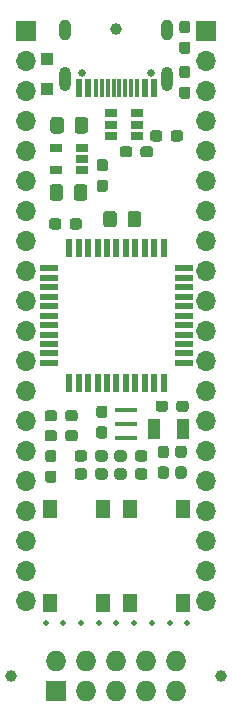
<source format=gts>
G04 #@! TF.GenerationSoftware,KiCad,Pcbnew,5.1.8-db9833491~88~ubuntu20.04.1*
G04 #@! TF.CreationDate,2021-01-17T16:25:24+01:00*
G04 #@! TF.ProjectId,Pic32MxRedFox,50696333-324d-4785-9265-64466f782e6b,Rev2*
G04 #@! TF.SameCoordinates,PX5faea10PY8eeaea0*
G04 #@! TF.FileFunction,Soldermask,Top*
G04 #@! TF.FilePolarity,Negative*
%FSLAX46Y46*%
G04 Gerber Fmt 4.6, Leading zero omitted, Abs format (unit mm)*
G04 Created by KiCad (PCBNEW 5.1.8-db9833491~88~ubuntu20.04.1) date 2021-01-17 16:25:24*
%MOMM*%
%LPD*%
G01*
G04 APERTURE LIST*
%ADD10C,1.000000*%
%ADD11C,0.500000*%
%ADD12O,1.700000X1.700000*%
%ADD13R,1.700000X1.700000*%
%ADD14R,1.300000X1.550000*%
%ADD15R,1.060000X0.650000*%
%ADD16R,1.000000X1.800000*%
%ADD17R,1.900000X0.400000*%
%ADD18R,1.727200X1.727200*%
%ADD19O,1.727200X1.727200*%
%ADD20R,1.000000X1.000000*%
%ADD21R,0.300000X1.500000*%
%ADD22R,0.600000X1.500000*%
%ADD23C,0.650000*%
%ADD24O,1.000000X1.800000*%
%ADD25O,1.000000X2.100000*%
%ADD26R,0.550000X1.500000*%
%ADD27R,1.500000X0.550000*%
G04 APERTURE END LIST*
D10*
X19050000Y3810000D03*
X1270000Y3810000D03*
X10160000Y58547000D03*
D11*
X16160000Y8255000D03*
X14660000Y8255000D03*
X13160000Y8255000D03*
X10160000Y8255000D03*
X4160000Y8255000D03*
X11660000Y8255000D03*
X8660000Y8255000D03*
X5660000Y8255000D03*
X7160000Y8255000D03*
G36*
G01*
X5720000Y50860001D02*
X5720000Y49959999D01*
G75*
G02*
X5470001Y49710000I-249999J0D01*
G01*
X4819999Y49710000D01*
G75*
G02*
X4570000Y49959999I0J249999D01*
G01*
X4570000Y50860001D01*
G75*
G02*
X4819999Y51110000I249999J0D01*
G01*
X5470001Y51110000D01*
G75*
G02*
X5720000Y50860001I0J-249999D01*
G01*
G37*
G36*
G01*
X7770000Y50860001D02*
X7770000Y49959999D01*
G75*
G02*
X7520001Y49710000I-249999J0D01*
G01*
X6869999Y49710000D01*
G75*
G02*
X6620000Y49959999I0J249999D01*
G01*
X6620000Y50860001D01*
G75*
G02*
X6869999Y51110000I249999J0D01*
G01*
X7520001Y51110000D01*
G75*
G02*
X7770000Y50860001I0J-249999D01*
G01*
G37*
G36*
G01*
X7659500Y21133500D02*
X7659500Y20658500D01*
G75*
G02*
X7422000Y20421000I-237500J0D01*
G01*
X6847000Y20421000D01*
G75*
G02*
X6609500Y20658500I0J237500D01*
G01*
X6609500Y21133500D01*
G75*
G02*
X6847000Y21371000I237500J0D01*
G01*
X7422000Y21371000D01*
G75*
G02*
X7659500Y21133500I0J-237500D01*
G01*
G37*
G36*
G01*
X9409500Y21133500D02*
X9409500Y20658500D01*
G75*
G02*
X9172000Y20421000I-237500J0D01*
G01*
X8597000Y20421000D01*
G75*
G02*
X8359500Y20658500I0J237500D01*
G01*
X8359500Y21133500D01*
G75*
G02*
X8597000Y21371000I237500J0D01*
G01*
X9172000Y21371000D01*
G75*
G02*
X9409500Y21133500I0J-237500D01*
G01*
G37*
G36*
G01*
X12775000Y21133500D02*
X12775000Y20658500D01*
G75*
G02*
X12537500Y20421000I-237500J0D01*
G01*
X11962500Y20421000D01*
G75*
G02*
X11725000Y20658500I0J237500D01*
G01*
X11725000Y21133500D01*
G75*
G02*
X11962500Y21371000I237500J0D01*
G01*
X12537500Y21371000D01*
G75*
G02*
X12775000Y21133500I0J-237500D01*
G01*
G37*
G36*
G01*
X11025000Y21133500D02*
X11025000Y20658500D01*
G75*
G02*
X10787500Y20421000I-237500J0D01*
G01*
X10212500Y20421000D01*
G75*
G02*
X9975000Y20658500I0J237500D01*
G01*
X9975000Y21133500D01*
G75*
G02*
X10212500Y21371000I237500J0D01*
G01*
X10787500Y21371000D01*
G75*
G02*
X11025000Y21133500I0J-237500D01*
G01*
G37*
D12*
X17780000Y10160000D03*
X17780000Y12700000D03*
X17780000Y15240000D03*
X17780000Y17780000D03*
X17780000Y20320000D03*
X17780000Y22860000D03*
X17780000Y25400000D03*
X17780000Y27940000D03*
X17780000Y30480000D03*
X17780000Y33020000D03*
X17780000Y35560000D03*
X17780000Y38100000D03*
X17780000Y40640000D03*
X17780000Y43180000D03*
X17780000Y45720000D03*
X17780000Y48260000D03*
X17780000Y50800000D03*
X17780000Y53340000D03*
X17780000Y55880000D03*
D13*
X17780000Y58420000D03*
X2540000Y58420000D03*
D12*
X2540000Y55880000D03*
X2540000Y53340000D03*
X2540000Y50800000D03*
X2540000Y48260000D03*
X2540000Y45720000D03*
X2540000Y43180000D03*
X2540000Y40640000D03*
X2540000Y38100000D03*
X2540000Y35560000D03*
X2540000Y33020000D03*
X2540000Y30480000D03*
X2540000Y27940000D03*
X2540000Y25400000D03*
X2540000Y22860000D03*
X2540000Y20320000D03*
X2540000Y17780000D03*
X2540000Y15240000D03*
X2540000Y12700000D03*
X2540000Y10160000D03*
D14*
X11320000Y9995000D03*
X11320000Y17945000D03*
X15820000Y9995000D03*
X15820000Y17945000D03*
X9000000Y17945000D03*
X9000000Y9995000D03*
X4500000Y17945000D03*
X4500000Y9995000D03*
G36*
G01*
X11495000Y48397500D02*
X11495000Y47922500D01*
G75*
G02*
X11257500Y47685000I-237500J0D01*
G01*
X10682500Y47685000D01*
G75*
G02*
X10445000Y47922500I0J237500D01*
G01*
X10445000Y48397500D01*
G75*
G02*
X10682500Y48635000I237500J0D01*
G01*
X11257500Y48635000D01*
G75*
G02*
X11495000Y48397500I0J-237500D01*
G01*
G37*
G36*
G01*
X13245000Y48397500D02*
X13245000Y47922500D01*
G75*
G02*
X13007500Y47685000I-237500J0D01*
G01*
X12432500Y47685000D01*
G75*
G02*
X12195000Y47922500I0J237500D01*
G01*
X12195000Y48397500D01*
G75*
G02*
X12432500Y48635000I237500J0D01*
G01*
X13007500Y48635000D01*
G75*
G02*
X13245000Y48397500I0J-237500D01*
G01*
G37*
G36*
G01*
X15795000Y49747500D02*
X15795000Y49272500D01*
G75*
G02*
X15557500Y49035000I-237500J0D01*
G01*
X14982500Y49035000D01*
G75*
G02*
X14745000Y49272500I0J237500D01*
G01*
X14745000Y49747500D01*
G75*
G02*
X14982500Y49985000I237500J0D01*
G01*
X15557500Y49985000D01*
G75*
G02*
X15795000Y49747500I0J-237500D01*
G01*
G37*
G36*
G01*
X14045000Y49747500D02*
X14045000Y49272500D01*
G75*
G02*
X13807500Y49035000I-237500J0D01*
G01*
X13232500Y49035000D01*
G75*
G02*
X12995000Y49272500I0J237500D01*
G01*
X12995000Y49747500D01*
G75*
G02*
X13232500Y49985000I237500J0D01*
G01*
X13807500Y49985000D01*
G75*
G02*
X14045000Y49747500I0J-237500D01*
G01*
G37*
G36*
G01*
X4357500Y22926500D02*
X4832500Y22926500D01*
G75*
G02*
X5070000Y22689000I0J-237500D01*
G01*
X5070000Y22114000D01*
G75*
G02*
X4832500Y21876500I-237500J0D01*
G01*
X4357500Y21876500D01*
G75*
G02*
X4120000Y22114000I0J237500D01*
G01*
X4120000Y22689000D01*
G75*
G02*
X4357500Y22926500I237500J0D01*
G01*
G37*
G36*
G01*
X4357500Y21176500D02*
X4832500Y21176500D01*
G75*
G02*
X5070000Y20939000I0J-237500D01*
G01*
X5070000Y20364000D01*
G75*
G02*
X4832500Y20126500I-237500J0D01*
G01*
X4357500Y20126500D01*
G75*
G02*
X4120000Y20364000I0J237500D01*
G01*
X4120000Y20939000D01*
G75*
G02*
X4357500Y21176500I237500J0D01*
G01*
G37*
G36*
G01*
X5826500Y23892500D02*
X5826500Y24367500D01*
G75*
G02*
X6064000Y24605000I237500J0D01*
G01*
X6639000Y24605000D01*
G75*
G02*
X6876500Y24367500I0J-237500D01*
G01*
X6876500Y23892500D01*
G75*
G02*
X6639000Y23655000I-237500J0D01*
G01*
X6064000Y23655000D01*
G75*
G02*
X5826500Y23892500I0J237500D01*
G01*
G37*
G36*
G01*
X4076502Y23892500D02*
X4076502Y24367500D01*
G75*
G02*
X4314002Y24605000I237500J0D01*
G01*
X4889002Y24605000D01*
G75*
G02*
X5126502Y24367500I0J-237500D01*
G01*
X5126502Y23892500D01*
G75*
G02*
X4889002Y23655000I-237500J0D01*
G01*
X4314002Y23655000D01*
G75*
G02*
X4076502Y23892500I0J237500D01*
G01*
G37*
G36*
G01*
X4076500Y25574000D02*
X4076500Y26049000D01*
G75*
G02*
X4314000Y26286500I237500J0D01*
G01*
X4889000Y26286500D01*
G75*
G02*
X5126500Y26049000I0J-237500D01*
G01*
X5126500Y25574000D01*
G75*
G02*
X4889000Y25336500I-237500J0D01*
G01*
X4314000Y25336500D01*
G75*
G02*
X4076500Y25574000I0J237500D01*
G01*
G37*
G36*
G01*
X5826500Y25574000D02*
X5826500Y26049000D01*
G75*
G02*
X6064000Y26286500I237500J0D01*
G01*
X6639000Y26286500D01*
G75*
G02*
X6876500Y26049000I0J-237500D01*
G01*
X6876500Y25574000D01*
G75*
G02*
X6639000Y25336500I-237500J0D01*
G01*
X6064000Y25336500D01*
G75*
G02*
X5826500Y25574000I0J237500D01*
G01*
G37*
D15*
X11870000Y49510000D03*
X11870000Y50460000D03*
X11870000Y51410000D03*
X9670000Y51410000D03*
X9670000Y49510000D03*
X9670000Y50460000D03*
D16*
X13320000Y24680000D03*
X15820000Y24680000D03*
D17*
X10970000Y26330000D03*
X10970000Y25130000D03*
X10970000Y23930000D03*
G36*
G01*
X14520000Y26867500D02*
X14520000Y26392500D01*
G75*
G02*
X14282500Y26155000I-237500J0D01*
G01*
X13707500Y26155000D01*
G75*
G02*
X13470000Y26392500I0J237500D01*
G01*
X13470000Y26867500D01*
G75*
G02*
X13707500Y27105000I237500J0D01*
G01*
X14282500Y27105000D01*
G75*
G02*
X14520000Y26867500I0J-237500D01*
G01*
G37*
G36*
G01*
X16270000Y26867500D02*
X16270000Y26392500D01*
G75*
G02*
X16032500Y26155000I-237500J0D01*
G01*
X15457500Y26155000D01*
G75*
G02*
X15220000Y26392500I0J237500D01*
G01*
X15220000Y26867500D01*
G75*
G02*
X15457500Y27105000I237500J0D01*
G01*
X16032500Y27105000D01*
G75*
G02*
X16270000Y26867500I0J-237500D01*
G01*
G37*
G36*
G01*
X13882500Y21530000D02*
X14357500Y21530000D01*
G75*
G02*
X14595000Y21292500I0J-237500D01*
G01*
X14595000Y20717500D01*
G75*
G02*
X14357500Y20480000I-237500J0D01*
G01*
X13882500Y20480000D01*
G75*
G02*
X13645000Y20717500I0J237500D01*
G01*
X13645000Y21292500D01*
G75*
G02*
X13882500Y21530000I237500J0D01*
G01*
G37*
G36*
G01*
X13882500Y23280000D02*
X14357500Y23280000D01*
G75*
G02*
X14595000Y23042500I0J-237500D01*
G01*
X14595000Y22467500D01*
G75*
G02*
X14357500Y22230000I-237500J0D01*
G01*
X13882500Y22230000D01*
G75*
G02*
X13645000Y22467500I0J237500D01*
G01*
X13645000Y23042500D01*
G75*
G02*
X13882500Y23280000I237500J0D01*
G01*
G37*
G36*
G01*
X8732500Y45810000D02*
X9207500Y45810000D01*
G75*
G02*
X9445000Y45572500I0J-237500D01*
G01*
X9445000Y44997500D01*
G75*
G02*
X9207500Y44760000I-237500J0D01*
G01*
X8732500Y44760000D01*
G75*
G02*
X8495000Y44997500I0J237500D01*
G01*
X8495000Y45572500D01*
G75*
G02*
X8732500Y45810000I237500J0D01*
G01*
G37*
G36*
G01*
X8732500Y47560000D02*
X9207500Y47560000D01*
G75*
G02*
X9445000Y47322500I0J-237500D01*
G01*
X9445000Y46747500D01*
G75*
G02*
X9207500Y46510000I-237500J0D01*
G01*
X8732500Y46510000D01*
G75*
G02*
X8495000Y46747500I0J237500D01*
G01*
X8495000Y47322500D01*
G75*
G02*
X8732500Y47560000I237500J0D01*
G01*
G37*
G36*
G01*
X15382500Y23280000D02*
X15857500Y23280000D01*
G75*
G02*
X16095000Y23042500I0J-237500D01*
G01*
X16095000Y22467500D01*
G75*
G02*
X15857500Y22230000I-237500J0D01*
G01*
X15382500Y22230000D01*
G75*
G02*
X15145000Y22467500I0J237500D01*
G01*
X15145000Y23042500D01*
G75*
G02*
X15382500Y23280000I237500J0D01*
G01*
G37*
G36*
G01*
X15382500Y21530000D02*
X15857500Y21530000D01*
G75*
G02*
X16095000Y21292500I0J-237500D01*
G01*
X16095000Y20717500D01*
G75*
G02*
X15857500Y20480000I-237500J0D01*
G01*
X15382500Y20480000D01*
G75*
G02*
X15145000Y20717500I0J237500D01*
G01*
X15145000Y21292500D01*
G75*
G02*
X15382500Y21530000I237500J0D01*
G01*
G37*
G36*
G01*
X5495000Y42297500D02*
X5495000Y41822500D01*
G75*
G02*
X5257500Y41585000I-237500J0D01*
G01*
X4682500Y41585000D01*
G75*
G02*
X4445000Y41822500I0J237500D01*
G01*
X4445000Y42297500D01*
G75*
G02*
X4682500Y42535000I237500J0D01*
G01*
X5257500Y42535000D01*
G75*
G02*
X5495000Y42297500I0J-237500D01*
G01*
G37*
G36*
G01*
X7245000Y42297500D02*
X7245000Y41822500D01*
G75*
G02*
X7007500Y41585000I-237500J0D01*
G01*
X6432500Y41585000D01*
G75*
G02*
X6195000Y41822500I0J237500D01*
G01*
X6195000Y42297500D01*
G75*
G02*
X6432500Y42535000I237500J0D01*
G01*
X7007500Y42535000D01*
G75*
G02*
X7245000Y42297500I0J-237500D01*
G01*
G37*
G36*
G01*
X8682500Y24930000D02*
X9157500Y24930000D01*
G75*
G02*
X9395000Y24692500I0J-237500D01*
G01*
X9395000Y24117500D01*
G75*
G02*
X9157500Y23880000I-237500J0D01*
G01*
X8682500Y23880000D01*
G75*
G02*
X8445000Y24117500I0J237500D01*
G01*
X8445000Y24692500D01*
G75*
G02*
X8682500Y24930000I237500J0D01*
G01*
G37*
G36*
G01*
X8682500Y26680000D02*
X9157500Y26680000D01*
G75*
G02*
X9395000Y26442500I0J-237500D01*
G01*
X9395000Y25867500D01*
G75*
G02*
X9157500Y25630000I-237500J0D01*
G01*
X8682500Y25630000D01*
G75*
G02*
X8445000Y25867500I0J237500D01*
G01*
X8445000Y26442500D01*
G75*
G02*
X8682500Y26680000I237500J0D01*
G01*
G37*
G36*
G01*
X4495000Y44259999D02*
X4495000Y45160001D01*
G75*
G02*
X4744999Y45410000I249999J0D01*
G01*
X5395001Y45410000D01*
G75*
G02*
X5645000Y45160001I0J-249999D01*
G01*
X5645000Y44259999D01*
G75*
G02*
X5395001Y44010000I-249999J0D01*
G01*
X4744999Y44010000D01*
G75*
G02*
X4495000Y44259999I0J249999D01*
G01*
G37*
G36*
G01*
X6545000Y44259999D02*
X6545000Y45160001D01*
G75*
G02*
X6794999Y45410000I249999J0D01*
G01*
X7445001Y45410000D01*
G75*
G02*
X7695000Y45160001I0J-249999D01*
G01*
X7695000Y44259999D01*
G75*
G02*
X7445001Y44010000I-249999J0D01*
G01*
X6794999Y44010000D01*
G75*
G02*
X6545000Y44259999I0J249999D01*
G01*
G37*
G36*
G01*
X9045000Y42009999D02*
X9045000Y42910001D01*
G75*
G02*
X9294999Y43160000I249999J0D01*
G01*
X9945001Y43160000D01*
G75*
G02*
X10195000Y42910001I0J-249999D01*
G01*
X10195000Y42009999D01*
G75*
G02*
X9945001Y41760000I-249999J0D01*
G01*
X9294999Y41760000D01*
G75*
G02*
X9045000Y42009999I0J249999D01*
G01*
G37*
G36*
G01*
X11095000Y42009999D02*
X11095000Y42910001D01*
G75*
G02*
X11344999Y43160000I249999J0D01*
G01*
X11995001Y43160000D01*
G75*
G02*
X12245000Y42910001I0J-249999D01*
G01*
X12245000Y42009999D01*
G75*
G02*
X11995001Y41760000I-249999J0D01*
G01*
X11344999Y41760000D01*
G75*
G02*
X11095000Y42009999I0J249999D01*
G01*
G37*
D18*
X5080000Y2540000D03*
D19*
X5080000Y5080000D03*
X7620000Y2540000D03*
X7620000Y5080000D03*
X10160000Y2540000D03*
X10160000Y5080000D03*
X12700000Y2540000D03*
X12700000Y5080000D03*
X15240000Y2540000D03*
X15240000Y5080000D03*
D20*
X4320000Y56010000D03*
X4320000Y53510000D03*
D21*
X8410000Y53561600D03*
X11910000Y53561600D03*
X8910000Y53561600D03*
X11410000Y53561600D03*
X9410000Y53561600D03*
X10910000Y53561600D03*
X9910000Y53561600D03*
X10410000Y53561600D03*
D22*
X6960000Y53561600D03*
X7760000Y53561600D03*
X13360000Y53561600D03*
X12560000Y53561600D03*
D23*
X13050000Y54811600D03*
X7270000Y54811600D03*
D24*
X5840000Y58461600D03*
X14480000Y58461600D03*
D25*
X5840000Y54311600D03*
X14480000Y54311600D03*
G36*
G01*
X11025000Y22657500D02*
X11025000Y22182500D01*
G75*
G02*
X10787500Y21945000I-237500J0D01*
G01*
X10212500Y21945000D01*
G75*
G02*
X9975000Y22182500I0J237500D01*
G01*
X9975000Y22657500D01*
G75*
G02*
X10212500Y22895000I237500J0D01*
G01*
X10787500Y22895000D01*
G75*
G02*
X11025000Y22657500I0J-237500D01*
G01*
G37*
G36*
G01*
X12775000Y22657500D02*
X12775000Y22182500D01*
G75*
G02*
X12537500Y21945000I-237500J0D01*
G01*
X11962500Y21945000D01*
G75*
G02*
X11725000Y22182500I0J237500D01*
G01*
X11725000Y22657500D01*
G75*
G02*
X11962500Y22895000I237500J0D01*
G01*
X12537500Y22895000D01*
G75*
G02*
X12775000Y22657500I0J-237500D01*
G01*
G37*
D26*
X14160000Y39990000D03*
X13360000Y39990000D03*
X12560000Y39990000D03*
X11760000Y39990000D03*
X10960000Y39990000D03*
X10160000Y39990000D03*
X9360000Y39990000D03*
X8560000Y39990000D03*
X7760000Y39990000D03*
X6960000Y39990000D03*
X6160000Y39990000D03*
D27*
X4460000Y38290000D03*
X4460000Y37490000D03*
X4460000Y36690000D03*
X4460000Y35890000D03*
X4460000Y35090000D03*
X4460000Y34290000D03*
X4460000Y33490000D03*
X4460000Y32690000D03*
X4460000Y31890000D03*
X4460000Y31090000D03*
X4460000Y30290000D03*
D26*
X6160000Y28590000D03*
X6960000Y28590000D03*
X7760000Y28590000D03*
X8560000Y28590000D03*
X9360000Y28590000D03*
X10160000Y28590000D03*
X10960000Y28590000D03*
X11760000Y28590000D03*
X12560000Y28590000D03*
X13360000Y28590000D03*
X14160000Y28590000D03*
D27*
X15860000Y30290000D03*
X15860000Y31090000D03*
X15860000Y31890000D03*
X15860000Y32690000D03*
X15860000Y33490000D03*
X15860000Y34290000D03*
X15860000Y35090000D03*
X15860000Y35890000D03*
X15860000Y36690000D03*
X15860000Y37490000D03*
X15860000Y38290000D03*
D15*
X5020000Y46610000D03*
X5020000Y48510000D03*
X7220000Y48510000D03*
X7219999Y47560000D03*
X7220000Y46610000D03*
G36*
G01*
X15701000Y59248500D02*
X16176000Y59248500D01*
G75*
G02*
X16413500Y59011000I0J-237500D01*
G01*
X16413500Y58436000D01*
G75*
G02*
X16176000Y58198500I-237500J0D01*
G01*
X15701000Y58198500D01*
G75*
G02*
X15463500Y58436000I0J237500D01*
G01*
X15463500Y59011000D01*
G75*
G02*
X15701000Y59248500I237500J0D01*
G01*
G37*
G36*
G01*
X15701000Y57498500D02*
X16176000Y57498500D01*
G75*
G02*
X16413500Y57261000I0J-237500D01*
G01*
X16413500Y56686000D01*
G75*
G02*
X16176000Y56448500I-237500J0D01*
G01*
X15701000Y56448500D01*
G75*
G02*
X15463500Y56686000I0J237500D01*
G01*
X15463500Y57261000D01*
G75*
G02*
X15701000Y57498500I237500J0D01*
G01*
G37*
G36*
G01*
X9409500Y22657500D02*
X9409500Y22182500D01*
G75*
G02*
X9172000Y21945000I-237500J0D01*
G01*
X8597000Y21945000D01*
G75*
G02*
X8359500Y22182500I0J237500D01*
G01*
X8359500Y22657500D01*
G75*
G02*
X8597000Y22895000I237500J0D01*
G01*
X9172000Y22895000D01*
G75*
G02*
X9409500Y22657500I0J-237500D01*
G01*
G37*
G36*
G01*
X7659500Y22657500D02*
X7659500Y22182500D01*
G75*
G02*
X7422000Y21945000I-237500J0D01*
G01*
X6847000Y21945000D01*
G75*
G02*
X6609500Y22182500I0J237500D01*
G01*
X6609500Y22657500D01*
G75*
G02*
X6847000Y22895000I237500J0D01*
G01*
X7422000Y22895000D01*
G75*
G02*
X7659500Y22657500I0J-237500D01*
G01*
G37*
G36*
G01*
X16176000Y52638500D02*
X15701000Y52638500D01*
G75*
G02*
X15463500Y52876000I0J237500D01*
G01*
X15463500Y53451000D01*
G75*
G02*
X15701000Y53688500I237500J0D01*
G01*
X16176000Y53688500D01*
G75*
G02*
X16413500Y53451000I0J-237500D01*
G01*
X16413500Y52876000D01*
G75*
G02*
X16176000Y52638500I-237500J0D01*
G01*
G37*
G36*
G01*
X16176000Y54388500D02*
X15701000Y54388500D01*
G75*
G02*
X15463500Y54626000I0J237500D01*
G01*
X15463500Y55201000D01*
G75*
G02*
X15701000Y55438500I237500J0D01*
G01*
X16176000Y55438500D01*
G75*
G02*
X16413500Y55201000I0J-237500D01*
G01*
X16413500Y54626000D01*
G75*
G02*
X16176000Y54388500I-237500J0D01*
G01*
G37*
M02*

</source>
